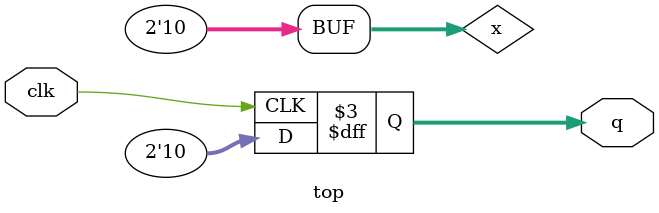
<source format=v>
module top(input clk, output reg [1:0] q);
	wire [1:0] x = 2'b10;
	always @(posedge clk)
		q <= x & 2'b11;
endmodule

</source>
